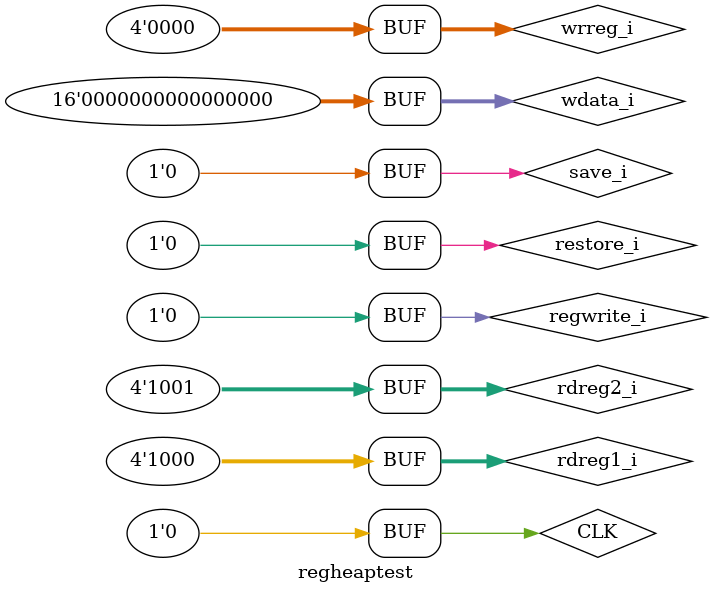
<source format=v>
`timescale 1ns / 1ps


module regheaptest;

	// Inputs
	reg CLK;
	reg [3:0] rdreg1_i;
	reg [3:0] rdreg2_i;
	reg regwrite_i;
	reg [3:0] wrreg_i;
	reg [15:0] wdata_i;

	// Outputs
	wire [15:0] rdata1_o;
	wire [15:0] rdata2_o;

	// Instantiate the Unit Under Test (UUT)
	RegisterHeap uut (
		.CLK(CLK), 
		.rdreg1_i(rdreg1_i), 
		.rdreg2_i(rdreg2_i), 
		.regwrite_i(regwrite_i),
		.wrreg_i(wrreg_i), 
		.wdata_i(wdata_i), 
		.rdata1_o(rdata1_o), 
		.rdata2_o(rdata2_o)
	);

	initial begin
		// Initialize Inputs
		CLK = 0;
		rdreg1_i = 0;
		rdreg2_i = 0;
		regwrite_i = 0;
		wrreg_i = 0;
		wdata_i = 0;
		save_i = 0;
		restore_i = 0;

		// Wait 100 ns for global reset to finish
		#100;
        
		// Add stimulus here
		rdreg1_i = 4'b1000;
		rdreg2_i = 4'b1001;
	end
      
endmodule


</source>
